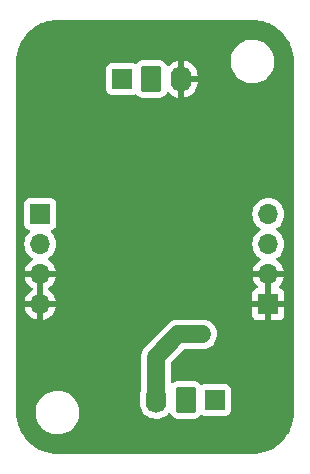
<source format=gbl>
G04 #@! TF.GenerationSoftware,KiCad,Pcbnew,7.0.1*
G04 #@! TF.CreationDate,2025-03-09T11:47:29-05:00*
G04 #@! TF.ProjectId,Single Mosfet Board V2,53696e67-6c65-4204-9d6f-736665742042,rev?*
G04 #@! TF.SameCoordinates,Original*
G04 #@! TF.FileFunction,Copper,L2,Bot*
G04 #@! TF.FilePolarity,Positive*
%FSLAX46Y46*%
G04 Gerber Fmt 4.6, Leading zero omitted, Abs format (unit mm)*
G04 Created by KiCad (PCBNEW 7.0.1) date 2025-03-09 11:47:29*
%MOMM*%
%LPD*%
G01*
G04 APERTURE LIST*
G04 Aperture macros list*
%AMRoundRect*
0 Rectangle with rounded corners*
0 $1 Rounding radius*
0 $2 $3 $4 $5 $6 $7 $8 $9 X,Y pos of 4 corners*
0 Add a 4 corners polygon primitive as box body*
4,1,4,$2,$3,$4,$5,$6,$7,$8,$9,$2,$3,0*
0 Add four circle primitives for the rounded corners*
1,1,$1+$1,$2,$3*
1,1,$1+$1,$4,$5*
1,1,$1+$1,$6,$7*
1,1,$1+$1,$8,$9*
0 Add four rect primitives between the rounded corners*
20,1,$1+$1,$2,$3,$4,$5,0*
20,1,$1+$1,$4,$5,$6,$7,0*
20,1,$1+$1,$6,$7,$8,$9,0*
20,1,$1+$1,$8,$9,$2,$3,0*%
G04 Aperture macros list end*
G04 #@! TA.AperFunction,ComponentPad*
%ADD10RoundRect,0.250000X-0.620000X-0.845000X0.620000X-0.845000X0.620000X0.845000X-0.620000X0.845000X0*%
G04 #@! TD*
G04 #@! TA.AperFunction,ComponentPad*
%ADD11O,1.740000X2.190000*%
G04 #@! TD*
G04 #@! TA.AperFunction,ComponentPad*
%ADD12R,1.700000X1.700000*%
G04 #@! TD*
G04 #@! TA.AperFunction,ComponentPad*
%ADD13O,1.700000X1.700000*%
G04 #@! TD*
G04 #@! TA.AperFunction,ComponentPad*
%ADD14RoundRect,0.250000X0.620000X0.845000X-0.620000X0.845000X-0.620000X-0.845000X0.620000X-0.845000X0*%
G04 #@! TD*
G04 #@! TA.AperFunction,ViaPad*
%ADD15C,0.800000*%
G04 #@! TD*
G04 #@! TA.AperFunction,Conductor*
%ADD16C,1.500000*%
G04 #@! TD*
G04 APERTURE END LIST*
D10*
X138938000Y-66270000D03*
D11*
X141478000Y-66270000D03*
D12*
X144330000Y-93430000D03*
D13*
X148844000Y-77714000D03*
X148844000Y-80254000D03*
X148844000Y-82794000D03*
D12*
X148844000Y-85334000D03*
X129540000Y-77700000D03*
D13*
X129540000Y-80240000D03*
X129540000Y-82780000D03*
X129540000Y-85320000D03*
D12*
X136478000Y-66270000D03*
D14*
X141870000Y-93430000D03*
D11*
X139330000Y-93430000D03*
D15*
X141224000Y-87884000D03*
X143256000Y-87884000D03*
D16*
X141224000Y-87884000D02*
X143256000Y-87884000D01*
X139330000Y-89778000D02*
X141224000Y-87884000D01*
X139330000Y-93430000D02*
X139330000Y-89778000D01*
G04 #@! TA.AperFunction,Conductor*
G36*
X147503032Y-61270649D02*
G01*
X147507384Y-61270862D01*
X147652450Y-61277989D01*
X147843670Y-61288010D01*
X147855324Y-61289177D01*
X148021254Y-61313791D01*
X148022225Y-61313940D01*
X148194897Y-61341289D01*
X148205570Y-61343465D01*
X148371374Y-61384997D01*
X148373014Y-61385422D01*
X148538880Y-61429866D01*
X148548544Y-61432884D01*
X148652693Y-61470150D01*
X148710526Y-61490843D01*
X148713188Y-61491830D01*
X148746726Y-61504704D01*
X148872097Y-61552829D01*
X148880623Y-61556475D01*
X149036869Y-61630374D01*
X149040055Y-61631939D01*
X149182487Y-61704511D01*
X149191094Y-61708897D01*
X149198547Y-61713023D01*
X149347075Y-61802047D01*
X149350824Y-61804387D01*
X149492670Y-61896503D01*
X149498977Y-61900884D01*
X149638210Y-62004147D01*
X149642365Y-62007367D01*
X149773635Y-62113667D01*
X149778872Y-62118155D01*
X149907389Y-62234636D01*
X149911797Y-62238833D01*
X150031165Y-62358201D01*
X150035362Y-62362609D01*
X150151843Y-62491126D01*
X150156331Y-62496363D01*
X150262620Y-62627619D01*
X150265851Y-62631788D01*
X150369114Y-62771021D01*
X150373512Y-62777353D01*
X150465599Y-62919155D01*
X150467963Y-62922942D01*
X150556975Y-63071451D01*
X150561101Y-63078904D01*
X150638037Y-63229898D01*
X150639647Y-63233176D01*
X150713510Y-63389345D01*
X150717179Y-63397925D01*
X150778168Y-63556810D01*
X150779155Y-63559472D01*
X150837111Y-63721447D01*
X150840135Y-63731128D01*
X150884535Y-63896827D01*
X150885044Y-63898792D01*
X150926526Y-64064398D01*
X150928715Y-64075130D01*
X150956041Y-64247665D01*
X150956226Y-64248867D01*
X150980818Y-64414649D01*
X150981990Y-64426355D01*
X150991989Y-64617157D01*
X150991886Y-64617162D01*
X150992011Y-64617561D01*
X150999351Y-64766967D01*
X150999500Y-64773052D01*
X150999500Y-94496948D01*
X150999351Y-94503033D01*
X150992014Y-94652369D01*
X150991993Y-94652774D01*
X150981990Y-94843644D01*
X150980818Y-94855349D01*
X150956226Y-95021131D01*
X150956041Y-95022333D01*
X150928715Y-95194868D01*
X150926526Y-95205600D01*
X150885044Y-95371206D01*
X150884535Y-95373171D01*
X150840135Y-95538870D01*
X150837111Y-95548551D01*
X150779155Y-95710526D01*
X150778168Y-95713188D01*
X150717179Y-95872073D01*
X150713510Y-95880653D01*
X150639647Y-96036822D01*
X150638037Y-96040100D01*
X150561101Y-96191094D01*
X150556975Y-96198547D01*
X150467963Y-96347056D01*
X150465599Y-96350843D01*
X150373512Y-96492645D01*
X150369114Y-96498977D01*
X150265851Y-96638210D01*
X150262620Y-96642379D01*
X150156331Y-96773635D01*
X150151843Y-96778872D01*
X150035362Y-96907389D01*
X150031165Y-96911797D01*
X149911797Y-97031165D01*
X149907389Y-97035362D01*
X149778872Y-97151843D01*
X149773635Y-97156331D01*
X149642379Y-97262620D01*
X149638210Y-97265851D01*
X149498977Y-97369114D01*
X149492645Y-97373512D01*
X149350843Y-97465599D01*
X149347056Y-97467963D01*
X149198547Y-97556975D01*
X149191094Y-97561101D01*
X149040100Y-97638037D01*
X149036822Y-97639647D01*
X148880653Y-97713510D01*
X148872073Y-97717179D01*
X148713188Y-97778168D01*
X148710526Y-97779155D01*
X148548551Y-97837111D01*
X148538870Y-97840135D01*
X148373171Y-97884535D01*
X148371206Y-97885044D01*
X148205600Y-97926526D01*
X148194868Y-97928715D01*
X148022333Y-97956041D01*
X148021131Y-97956226D01*
X147855349Y-97980818D01*
X147843644Y-97981990D01*
X147652774Y-97991993D01*
X147652369Y-97992014D01*
X147503033Y-97999351D01*
X147496948Y-97999500D01*
X131003052Y-97999500D01*
X130996967Y-97999351D01*
X130847629Y-97992014D01*
X130847224Y-97991993D01*
X130656354Y-97981990D01*
X130644649Y-97980818D01*
X130478867Y-97956226D01*
X130477665Y-97956041D01*
X130305130Y-97928715D01*
X130294398Y-97926526D01*
X130128792Y-97885044D01*
X130126827Y-97884535D01*
X129961128Y-97840135D01*
X129951447Y-97837111D01*
X129789472Y-97779155D01*
X129786810Y-97778168D01*
X129627925Y-97717179D01*
X129619351Y-97713512D01*
X129463176Y-97639647D01*
X129459898Y-97638037D01*
X129308904Y-97561101D01*
X129301451Y-97556975D01*
X129152942Y-97467963D01*
X129149155Y-97465599D01*
X129101996Y-97434973D01*
X129007343Y-97373505D01*
X129001021Y-97369114D01*
X128861788Y-97265851D01*
X128857619Y-97262620D01*
X128726363Y-97156331D01*
X128721126Y-97151843D01*
X128592609Y-97035362D01*
X128588201Y-97031165D01*
X128468833Y-96911797D01*
X128464636Y-96907389D01*
X128348155Y-96778872D01*
X128343667Y-96773635D01*
X128237378Y-96642379D01*
X128234147Y-96638210D01*
X128130884Y-96498977D01*
X128126503Y-96492670D01*
X128034387Y-96350824D01*
X128032035Y-96347056D01*
X127943023Y-96198547D01*
X127938897Y-96191094D01*
X127933251Y-96180013D01*
X127861939Y-96040055D01*
X127860374Y-96036869D01*
X127786475Y-95880623D01*
X127782829Y-95872097D01*
X127721830Y-95713188D01*
X127720843Y-95710526D01*
X127662887Y-95548551D01*
X127659863Y-95538870D01*
X127615422Y-95373014D01*
X127614997Y-95371374D01*
X127573465Y-95205570D01*
X127571289Y-95194897D01*
X127543940Y-95022225D01*
X127543791Y-95021254D01*
X127519177Y-94855324D01*
X127518010Y-94843670D01*
X127507985Y-94652369D01*
X127503829Y-94567764D01*
X129145787Y-94567764D01*
X129175413Y-94837016D01*
X129207517Y-94959813D01*
X129243928Y-95099088D01*
X129289191Y-95205600D01*
X129349871Y-95348392D01*
X129490982Y-95579611D01*
X129602146Y-95713188D01*
X129664255Y-95787820D01*
X129865998Y-95968582D01*
X130091910Y-96118044D01*
X130159338Y-96149653D01*
X130337177Y-96233021D01*
X130596562Y-96311058D01*
X130596569Y-96311060D01*
X130864561Y-96350500D01*
X131067631Y-96350500D01*
X131067634Y-96350500D01*
X131270156Y-96335677D01*
X131270155Y-96335677D01*
X131534553Y-96276780D01*
X131787558Y-96180014D01*
X132023777Y-96047441D01*
X132238177Y-95881888D01*
X132426186Y-95686881D01*
X132583799Y-95466579D01*
X132707656Y-95225675D01*
X132795118Y-94969305D01*
X132844319Y-94702933D01*
X132854212Y-94432235D01*
X132824586Y-94162982D01*
X132756072Y-93900912D01*
X132676311Y-93713220D01*
X137959500Y-93713220D01*
X137974329Y-93887451D01*
X138033114Y-94113220D01*
X138129207Y-94325801D01*
X138248995Y-94503033D01*
X138259847Y-94519088D01*
X138421272Y-94687516D01*
X138608839Y-94826240D01*
X138817153Y-94931270D01*
X139040220Y-94999583D01*
X139271624Y-95029216D01*
X139504707Y-95019314D01*
X139732765Y-94970164D01*
X139949235Y-94883179D01*
X140147891Y-94760862D01*
X140323018Y-94606731D01*
X140354911Y-94567231D01*
X140408178Y-94528902D01*
X140473547Y-94523126D01*
X140532710Y-94551521D01*
X140554344Y-94583993D01*
X140557578Y-94581999D01*
X140565185Y-94594333D01*
X140565186Y-94594334D01*
X140585818Y-94627785D01*
X140657288Y-94743657D01*
X140781342Y-94867711D01*
X140806420Y-94883179D01*
X140930666Y-94959814D01*
X141042017Y-94996712D01*
X141097202Y-95014999D01*
X141107703Y-95016071D01*
X141199991Y-95025500D01*
X142540008Y-95025499D01*
X142642797Y-95014999D01*
X142809334Y-94959814D01*
X142958656Y-94867712D01*
X143082712Y-94743656D01*
X143082715Y-94743650D01*
X143084431Y-94741935D01*
X143134357Y-94711504D01*
X143192678Y-94707333D01*
X143220359Y-94719187D01*
X143220965Y-94717565D01*
X143237666Y-94723794D01*
X143237669Y-94723796D01*
X143372517Y-94774091D01*
X143432127Y-94780500D01*
X145227872Y-94780499D01*
X145287483Y-94774091D01*
X145422331Y-94723796D01*
X145537546Y-94637546D01*
X145623796Y-94522331D01*
X145674091Y-94387483D01*
X145680500Y-94327873D01*
X145680499Y-92532128D01*
X145674091Y-92472517D01*
X145623796Y-92337669D01*
X145537546Y-92222454D01*
X145422331Y-92136204D01*
X145287483Y-92085909D01*
X145227873Y-92079500D01*
X145227869Y-92079500D01*
X143432130Y-92079500D01*
X143372515Y-92085909D01*
X143220964Y-92142434D01*
X143220358Y-92140810D01*
X143192669Y-92152666D01*
X143134353Y-92148493D01*
X143084432Y-92118063D01*
X142958657Y-91992288D01*
X142809334Y-91900186D01*
X142642797Y-91845000D01*
X142540009Y-91834500D01*
X141199991Y-91834500D01*
X141097203Y-91845000D01*
X140930665Y-91900186D01*
X140769596Y-91999534D01*
X140707204Y-92017966D01*
X140644068Y-92002272D01*
X140597566Y-91956774D01*
X140580500Y-91893995D01*
X140580500Y-90347336D01*
X140589939Y-90299883D01*
X140616819Y-90259655D01*
X141705655Y-89170819D01*
X141745883Y-89143939D01*
X141793336Y-89134500D01*
X143312153Y-89134500D01*
X143312155Y-89134500D01*
X143480188Y-89119377D01*
X143697170Y-89059493D01*
X143899973Y-88961829D01*
X144082078Y-88829522D01*
X144237632Y-88666825D01*
X144361635Y-88478968D01*
X144450103Y-88271988D01*
X144500191Y-88052537D01*
X144510290Y-87827670D01*
X144480075Y-87604613D01*
X144410517Y-87390536D01*
X144303852Y-87192319D01*
X144163508Y-87016334D01*
X143993996Y-86868235D01*
X143985686Y-86863270D01*
X143800762Y-86752783D01*
X143590025Y-86673693D01*
X143368547Y-86633500D01*
X141301176Y-86633500D01*
X141287293Y-86632720D01*
X141282815Y-86632215D01*
X141252171Y-86628762D01*
X141186077Y-86633219D01*
X141177736Y-86633500D01*
X141167842Y-86633500D01*
X141127238Y-86637153D01*
X141124470Y-86637371D01*
X141027585Y-86643904D01*
X141023343Y-86644973D01*
X141004180Y-86648229D01*
X140999814Y-86648622D01*
X140906152Y-86674470D01*
X140903465Y-86675179D01*
X140809311Y-86698904D01*
X140805328Y-86700714D01*
X140787050Y-86707341D01*
X140782833Y-86708505D01*
X140695323Y-86750646D01*
X140692806Y-86751823D01*
X140604374Y-86791991D01*
X140600776Y-86794485D01*
X140583972Y-86804271D01*
X140580027Y-86806170D01*
X140501434Y-86863270D01*
X140499169Y-86864877D01*
X140419339Y-86920185D01*
X140416239Y-86923285D01*
X140401464Y-86935904D01*
X140397921Y-86938478D01*
X140330803Y-87008677D01*
X140328859Y-87010665D01*
X138500343Y-88839181D01*
X138489980Y-88848443D01*
X138462335Y-88870491D01*
X138418735Y-88920392D01*
X138413050Y-88926473D01*
X138406059Y-88933464D01*
X138379928Y-88964764D01*
X138378124Y-88966876D01*
X138314235Y-89040003D01*
X138311986Y-89043767D01*
X138300739Y-89059617D01*
X138297932Y-89062979D01*
X138249978Y-89147490D01*
X138248604Y-89149849D01*
X138199719Y-89231671D01*
X138198782Y-89233241D01*
X138197246Y-89237335D01*
X138189009Y-89254944D01*
X138186847Y-89258753D01*
X138154762Y-89350444D01*
X138153814Y-89353057D01*
X138119691Y-89443978D01*
X138118910Y-89448282D01*
X138113950Y-89467077D01*
X138112501Y-89471217D01*
X138097304Y-89567166D01*
X138096838Y-89569907D01*
X138079500Y-89665450D01*
X138079500Y-89669830D01*
X138077973Y-89689229D01*
X138077290Y-89693539D01*
X138079469Y-89790640D01*
X138079500Y-89793422D01*
X138079500Y-92609109D01*
X138072417Y-92650418D01*
X137998925Y-92858418D01*
X137959500Y-93088351D01*
X137959500Y-93713220D01*
X132676311Y-93713220D01*
X132650130Y-93651610D01*
X132509018Y-93420390D01*
X132509017Y-93420388D01*
X132335746Y-93212181D01*
X132230758Y-93118112D01*
X132134002Y-93031418D01*
X131908090Y-92881956D01*
X131908086Y-92881954D01*
X131662822Y-92766978D01*
X131403437Y-92688941D01*
X131403431Y-92688940D01*
X131135439Y-92649500D01*
X130932369Y-92649500D01*
X130932366Y-92649500D01*
X130729843Y-92664322D01*
X130465449Y-92723219D01*
X130212441Y-92819986D01*
X129976223Y-92952559D01*
X129761825Y-93118109D01*
X129573813Y-93313120D01*
X129416201Y-93533420D01*
X129292342Y-93774329D01*
X129204881Y-94030695D01*
X129155680Y-94297066D01*
X129145787Y-94567764D01*
X127503829Y-94567764D01*
X127500649Y-94503032D01*
X127500500Y-94496949D01*
X127500500Y-85570000D01*
X128209364Y-85570000D01*
X128266569Y-85783492D01*
X128366399Y-85997576D01*
X128501893Y-86191081D01*
X128668918Y-86358106D01*
X128862423Y-86493600D01*
X129076507Y-86593430D01*
X129289999Y-86650635D01*
X129290000Y-86650636D01*
X129290000Y-85570000D01*
X129790000Y-85570000D01*
X129790000Y-86650635D01*
X130003492Y-86593430D01*
X130217576Y-86493600D01*
X130411081Y-86358106D01*
X130578106Y-86191081D01*
X130713600Y-85997576D01*
X130813430Y-85783492D01*
X130866885Y-85584000D01*
X147494000Y-85584000D01*
X147494000Y-86231824D01*
X147500402Y-86291375D01*
X147550647Y-86426089D01*
X147636811Y-86541188D01*
X147751910Y-86627352D01*
X147886624Y-86677597D01*
X147946176Y-86684000D01*
X148594000Y-86684000D01*
X148594000Y-85584000D01*
X149094000Y-85584000D01*
X149094000Y-86684000D01*
X149741824Y-86684000D01*
X149801375Y-86677597D01*
X149936089Y-86627352D01*
X150051188Y-86541188D01*
X150137352Y-86426089D01*
X150187597Y-86291375D01*
X150194000Y-86231824D01*
X150194000Y-85584000D01*
X149094000Y-85584000D01*
X148594000Y-85584000D01*
X147494000Y-85584000D01*
X130866885Y-85584000D01*
X130870636Y-85570000D01*
X129790000Y-85570000D01*
X129290000Y-85570000D01*
X128209364Y-85570000D01*
X127500500Y-85570000D01*
X127500500Y-85084000D01*
X147494000Y-85084000D01*
X148594000Y-85084000D01*
X148594000Y-83044000D01*
X149094000Y-83044000D01*
X149094000Y-85084000D01*
X150194000Y-85084000D01*
X150194000Y-84436176D01*
X150187597Y-84376624D01*
X150137352Y-84241910D01*
X150051188Y-84126811D01*
X149936088Y-84040647D01*
X149804012Y-83991385D01*
X149753633Y-83956405D01*
X149726180Y-83901561D01*
X149728369Y-83840268D01*
X149759665Y-83787521D01*
X149882109Y-83665077D01*
X150017600Y-83471576D01*
X150117430Y-83257492D01*
X150174636Y-83044000D01*
X149094000Y-83044000D01*
X148594000Y-83044000D01*
X147513364Y-83044000D01*
X147570569Y-83257492D01*
X147670399Y-83471576D01*
X147805893Y-83665081D01*
X147928334Y-83787522D01*
X147959630Y-83840268D01*
X147961819Y-83901561D01*
X147934366Y-83956405D01*
X147883987Y-83991385D01*
X147751911Y-84040647D01*
X147636811Y-84126811D01*
X147550647Y-84241910D01*
X147500402Y-84376624D01*
X147494000Y-84436176D01*
X147494000Y-85084000D01*
X127500500Y-85084000D01*
X127500500Y-83030000D01*
X128209364Y-83030000D01*
X128266569Y-83243492D01*
X128366399Y-83457576D01*
X128501893Y-83651081D01*
X128668918Y-83818106D01*
X128855031Y-83948425D01*
X128893896Y-83992743D01*
X128907907Y-84050000D01*
X128893896Y-84107257D01*
X128855031Y-84151575D01*
X128668918Y-84281893D01*
X128501890Y-84448921D01*
X128366400Y-84642421D01*
X128266569Y-84856507D01*
X128209364Y-85069999D01*
X128209364Y-85070000D01*
X129290000Y-85070000D01*
X129290000Y-83030000D01*
X129790000Y-83030000D01*
X129790000Y-85070000D01*
X130870636Y-85070000D01*
X130870635Y-85069999D01*
X130813430Y-84856507D01*
X130713599Y-84642421D01*
X130578109Y-84448921D01*
X130411081Y-84281893D01*
X130224968Y-84151575D01*
X130186103Y-84107257D01*
X130172092Y-84050000D01*
X130186103Y-83992743D01*
X130224968Y-83948425D01*
X130411081Y-83818106D01*
X130578106Y-83651081D01*
X130713600Y-83457576D01*
X130813430Y-83243492D01*
X130870636Y-83030000D01*
X129790000Y-83030000D01*
X129290000Y-83030000D01*
X128209364Y-83030000D01*
X127500500Y-83030000D01*
X127500500Y-80239999D01*
X128184340Y-80239999D01*
X128204936Y-80475407D01*
X128208688Y-80489408D01*
X128266097Y-80703663D01*
X128365965Y-80917830D01*
X128501505Y-81111401D01*
X128668599Y-81278495D01*
X128854597Y-81408732D01*
X128893460Y-81453048D01*
X128907471Y-81510305D01*
X128893461Y-81567561D01*
X128854595Y-81611880D01*
X128668919Y-81741892D01*
X128501890Y-81908921D01*
X128366400Y-82102421D01*
X128266569Y-82316507D01*
X128209364Y-82529999D01*
X128209364Y-82530000D01*
X130870636Y-82530000D01*
X130870635Y-82529999D01*
X130813430Y-82316507D01*
X130713599Y-82102421D01*
X130578109Y-81908921D01*
X130411081Y-81741893D01*
X130225404Y-81611880D01*
X130186539Y-81567562D01*
X130172528Y-81510305D01*
X130186539Y-81453048D01*
X130225402Y-81408732D01*
X130411401Y-81278495D01*
X130578495Y-81111401D01*
X130714035Y-80917830D01*
X130813903Y-80703663D01*
X130875063Y-80475408D01*
X130894434Y-80253999D01*
X147488340Y-80253999D01*
X147508936Y-80489407D01*
X147553709Y-80656501D01*
X147570097Y-80717663D01*
X147669965Y-80931830D01*
X147805505Y-81125401D01*
X147972599Y-81292495D01*
X148158597Y-81422732D01*
X148197460Y-81467048D01*
X148211471Y-81524305D01*
X148197461Y-81581561D01*
X148158595Y-81625880D01*
X147972919Y-81755892D01*
X147805890Y-81922921D01*
X147670400Y-82116421D01*
X147570569Y-82330507D01*
X147513364Y-82543999D01*
X147513364Y-82544000D01*
X150174636Y-82544000D01*
X150174635Y-82543999D01*
X150117430Y-82330507D01*
X150017599Y-82116421D01*
X149882109Y-81922921D01*
X149715081Y-81755893D01*
X149529404Y-81625880D01*
X149490539Y-81581562D01*
X149476528Y-81524305D01*
X149490539Y-81467048D01*
X149529402Y-81422732D01*
X149715401Y-81292495D01*
X149882495Y-81125401D01*
X150018035Y-80931830D01*
X150117903Y-80717663D01*
X150179063Y-80489408D01*
X150199659Y-80254000D01*
X150179063Y-80018592D01*
X150117903Y-79790337D01*
X150018035Y-79576171D01*
X149882495Y-79382599D01*
X149715401Y-79215505D01*
X149529839Y-79085573D01*
X149490975Y-79041257D01*
X149476964Y-78984000D01*
X149490975Y-78926743D01*
X149529839Y-78882426D01*
X149715401Y-78752495D01*
X149882495Y-78585401D01*
X150018035Y-78391830D01*
X150117903Y-78177663D01*
X150179063Y-77949408D01*
X150199659Y-77714000D01*
X150179063Y-77478592D01*
X150117903Y-77250337D01*
X150018035Y-77036171D01*
X149882495Y-76842599D01*
X149715401Y-76675505D01*
X149521830Y-76539965D01*
X149307663Y-76440097D01*
X149246502Y-76423709D01*
X149079407Y-76378936D01*
X148844000Y-76358340D01*
X148608592Y-76378936D01*
X148380336Y-76440097D01*
X148166170Y-76539965D01*
X147972598Y-76675505D01*
X147805505Y-76842598D01*
X147669965Y-77036170D01*
X147570097Y-77250336D01*
X147508936Y-77478592D01*
X147488340Y-77714000D01*
X147508936Y-77949407D01*
X147553709Y-78116501D01*
X147570097Y-78177663D01*
X147669965Y-78391830D01*
X147805505Y-78585401D01*
X147972599Y-78752495D01*
X148158160Y-78882426D01*
X148197024Y-78926743D01*
X148211035Y-78984000D01*
X148197024Y-79041257D01*
X148158159Y-79085575D01*
X147972595Y-79215508D01*
X147805505Y-79382598D01*
X147669965Y-79576170D01*
X147570097Y-79790336D01*
X147508936Y-80018592D01*
X147488340Y-80253999D01*
X130894434Y-80253999D01*
X130895659Y-80240000D01*
X130875063Y-80004592D01*
X130813903Y-79776337D01*
X130714035Y-79562171D01*
X130578495Y-79368599D01*
X130456569Y-79246673D01*
X130425273Y-79193927D01*
X130423084Y-79132634D01*
X130450537Y-79077789D01*
X130500916Y-79042810D01*
X130632331Y-78993796D01*
X130747546Y-78907546D01*
X130833796Y-78792331D01*
X130884091Y-78657483D01*
X130890500Y-78597873D01*
X130890499Y-76802128D01*
X130884091Y-76742517D01*
X130833796Y-76607669D01*
X130747546Y-76492454D01*
X130632331Y-76406204D01*
X130497483Y-76355909D01*
X130437873Y-76349500D01*
X130437869Y-76349500D01*
X128642130Y-76349500D01*
X128582515Y-76355909D01*
X128447669Y-76406204D01*
X128332454Y-76492454D01*
X128246204Y-76607668D01*
X128195909Y-76742516D01*
X128189500Y-76802130D01*
X128189500Y-78597869D01*
X128195909Y-78657483D01*
X128246204Y-78792331D01*
X128332454Y-78907546D01*
X128447669Y-78993796D01*
X128559907Y-79035658D01*
X128579082Y-79042810D01*
X128629462Y-79077789D01*
X128656915Y-79132634D01*
X128654726Y-79193926D01*
X128623431Y-79246673D01*
X128501503Y-79368601D01*
X128365965Y-79562170D01*
X128266097Y-79776336D01*
X128204936Y-80004592D01*
X128184340Y-80239999D01*
X127500500Y-80239999D01*
X127500500Y-67167869D01*
X135127500Y-67167869D01*
X135133909Y-67227483D01*
X135184204Y-67362331D01*
X135270454Y-67477546D01*
X135385669Y-67563796D01*
X135520517Y-67614091D01*
X135580127Y-67620500D01*
X137375872Y-67620499D01*
X137435483Y-67614091D01*
X137570331Y-67563796D01*
X137570332Y-67563795D01*
X137587036Y-67557565D01*
X137587641Y-67559187D01*
X137615305Y-67547336D01*
X137673633Y-67551501D01*
X137723566Y-67581935D01*
X137849342Y-67707711D01*
X137849344Y-67707712D01*
X137998666Y-67799814D01*
X138110016Y-67836712D01*
X138165202Y-67854999D01*
X138175703Y-67856071D01*
X138267991Y-67865500D01*
X139608008Y-67865499D01*
X139710797Y-67854999D01*
X139877334Y-67799814D01*
X140026656Y-67707712D01*
X140150712Y-67583656D01*
X140242814Y-67434334D01*
X140242814Y-67434333D01*
X140250422Y-67421999D01*
X140253242Y-67423738D01*
X140273568Y-67392516D01*
X140329542Y-67363422D01*
X140392586Y-67365633D01*
X140446385Y-67398575D01*
X140569603Y-67527139D01*
X140757101Y-67665812D01*
X140965339Y-67770803D01*
X141188326Y-67839092D01*
X141228000Y-67844172D01*
X141228000Y-66520000D01*
X141728000Y-66520000D01*
X141728000Y-67842575D01*
X141880621Y-67809682D01*
X142097005Y-67722732D01*
X142295594Y-67600456D01*
X142470657Y-67446381D01*
X142617160Y-67264942D01*
X142730896Y-67061344D01*
X142808588Y-66841455D01*
X142848000Y-66611606D01*
X142848000Y-66520000D01*
X141728000Y-66520000D01*
X141228000Y-66520000D01*
X141228000Y-64697424D01*
X141075378Y-64730317D01*
X140858994Y-64817267D01*
X140660405Y-64939543D01*
X140485343Y-65093617D01*
X140453273Y-65133334D01*
X140400000Y-65171664D01*
X140334626Y-65177435D01*
X140275462Y-65149030D01*
X140253522Y-65116088D01*
X140250422Y-65118001D01*
X140150711Y-64956342D01*
X140026657Y-64832288D01*
X139877334Y-64740186D01*
X139743470Y-64695827D01*
X141728000Y-64695827D01*
X141728000Y-66020000D01*
X142848000Y-66020000D01*
X142848000Y-65986802D01*
X142833176Y-65812635D01*
X142774410Y-65586945D01*
X142678353Y-65374442D01*
X142547763Y-65181227D01*
X142386396Y-65012860D01*
X142198898Y-64874187D01*
X142126657Y-64837764D01*
X145645787Y-64837764D01*
X145675413Y-65107016D01*
X145709998Y-65239304D01*
X145743928Y-65369088D01*
X145746437Y-65374992D01*
X145849871Y-65618392D01*
X145990982Y-65849611D01*
X146132781Y-66020000D01*
X146164255Y-66057820D01*
X146365998Y-66238582D01*
X146591910Y-66388044D01*
X146698211Y-66437875D01*
X146837177Y-66503021D01*
X147096562Y-66581058D01*
X147096569Y-66581060D01*
X147364561Y-66620500D01*
X147567631Y-66620500D01*
X147567634Y-66620500D01*
X147770156Y-66605677D01*
X147770155Y-66605677D01*
X148034553Y-66546780D01*
X148287558Y-66450014D01*
X148523777Y-66317441D01*
X148738177Y-66151888D01*
X148926186Y-65956881D01*
X149083799Y-65736579D01*
X149207656Y-65495675D01*
X149295118Y-65239305D01*
X149344319Y-64972933D01*
X149354212Y-64702235D01*
X149324586Y-64432982D01*
X149256072Y-64170912D01*
X149150130Y-63921610D01*
X149009018Y-63690390D01*
X149009017Y-63690388D01*
X148835746Y-63482181D01*
X148741710Y-63397925D01*
X148634002Y-63301418D01*
X148408090Y-63151956D01*
X148408086Y-63151954D01*
X148162822Y-63036978D01*
X147903437Y-62958941D01*
X147903431Y-62958940D01*
X147635439Y-62919500D01*
X147432369Y-62919500D01*
X147432366Y-62919500D01*
X147229843Y-62934322D01*
X146965449Y-62993219D01*
X146712441Y-63089986D01*
X146476223Y-63222559D01*
X146261825Y-63388109D01*
X146073813Y-63583120D01*
X145916201Y-63803420D01*
X145792342Y-64044329D01*
X145704881Y-64300695D01*
X145655680Y-64567066D01*
X145645787Y-64837764D01*
X142126657Y-64837764D01*
X141990660Y-64769196D01*
X141767673Y-64700907D01*
X141728000Y-64695827D01*
X139743470Y-64695827D01*
X139710797Y-64685000D01*
X139608009Y-64674500D01*
X138267991Y-64674500D01*
X138165203Y-64685000D01*
X137998665Y-64740186D01*
X137849344Y-64832287D01*
X137723567Y-64958064D01*
X137673646Y-64988493D01*
X137615332Y-64992667D01*
X137587640Y-64980811D01*
X137587035Y-64982435D01*
X137570332Y-64976205D01*
X137570331Y-64976204D01*
X137435483Y-64925909D01*
X137375873Y-64919500D01*
X137375869Y-64919500D01*
X135580130Y-64919500D01*
X135520515Y-64925909D01*
X135385669Y-64976204D01*
X135270454Y-65062454D01*
X135184204Y-65177668D01*
X135133909Y-65312516D01*
X135127500Y-65372130D01*
X135127500Y-67167869D01*
X127500500Y-67167869D01*
X127500500Y-64773051D01*
X127500649Y-64766967D01*
X127507998Y-64617372D01*
X127518010Y-64426327D01*
X127519176Y-64414679D01*
X127543801Y-64248671D01*
X127543929Y-64247842D01*
X127571290Y-64075093D01*
X127573463Y-64064438D01*
X127615016Y-63898551D01*
X127615406Y-63897043D01*
X127659870Y-63731105D01*
X127662880Y-63721469D01*
X127720867Y-63559405D01*
X127721830Y-63556810D01*
X127782836Y-63397883D01*
X127786466Y-63389395D01*
X127860400Y-63233076D01*
X127861912Y-63229997D01*
X127938909Y-63078881D01*
X127943010Y-63071474D01*
X128032078Y-62922873D01*
X128034354Y-62919225D01*
X128126523Y-62777298D01*
X128130860Y-62771055D01*
X128234170Y-62631757D01*
X128237331Y-62627679D01*
X128343698Y-62496325D01*
X128348123Y-62491162D01*
X128464674Y-62362568D01*
X128468793Y-62358242D01*
X128588242Y-62238793D01*
X128592568Y-62234674D01*
X128721162Y-62118123D01*
X128726325Y-62113698D01*
X128857679Y-62007331D01*
X128861757Y-62004170D01*
X129001055Y-61900860D01*
X129007298Y-61896523D01*
X129149225Y-61804354D01*
X129152873Y-61802078D01*
X129301474Y-61713010D01*
X129308881Y-61708909D01*
X129459997Y-61631912D01*
X129463076Y-61630400D01*
X129619395Y-61556466D01*
X129627883Y-61552836D01*
X129786847Y-61491816D01*
X129789405Y-61490867D01*
X129951469Y-61432880D01*
X129961105Y-61429870D01*
X130127043Y-61385406D01*
X130128551Y-61385016D01*
X130294438Y-61343463D01*
X130305093Y-61341290D01*
X130477842Y-61313929D01*
X130478671Y-61313801D01*
X130644679Y-61289176D01*
X130656325Y-61288010D01*
X130847402Y-61277996D01*
X130993747Y-61270807D01*
X130996968Y-61270649D01*
X131003051Y-61270500D01*
X147496949Y-61270500D01*
X147503032Y-61270649D01*
G37*
G04 #@! TD.AperFunction*
M02*

</source>
